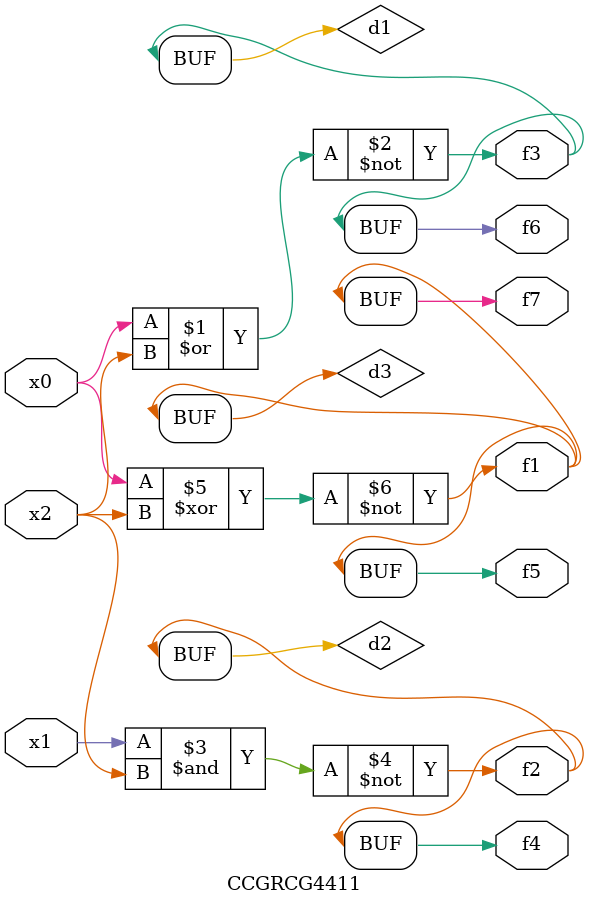
<source format=v>
module CCGRCG4411(
	input x0, x1, x2,
	output f1, f2, f3, f4, f5, f6, f7
);

	wire d1, d2, d3;

	nor (d1, x0, x2);
	nand (d2, x1, x2);
	xnor (d3, x0, x2);
	assign f1 = d3;
	assign f2 = d2;
	assign f3 = d1;
	assign f4 = d2;
	assign f5 = d3;
	assign f6 = d1;
	assign f7 = d3;
endmodule

</source>
